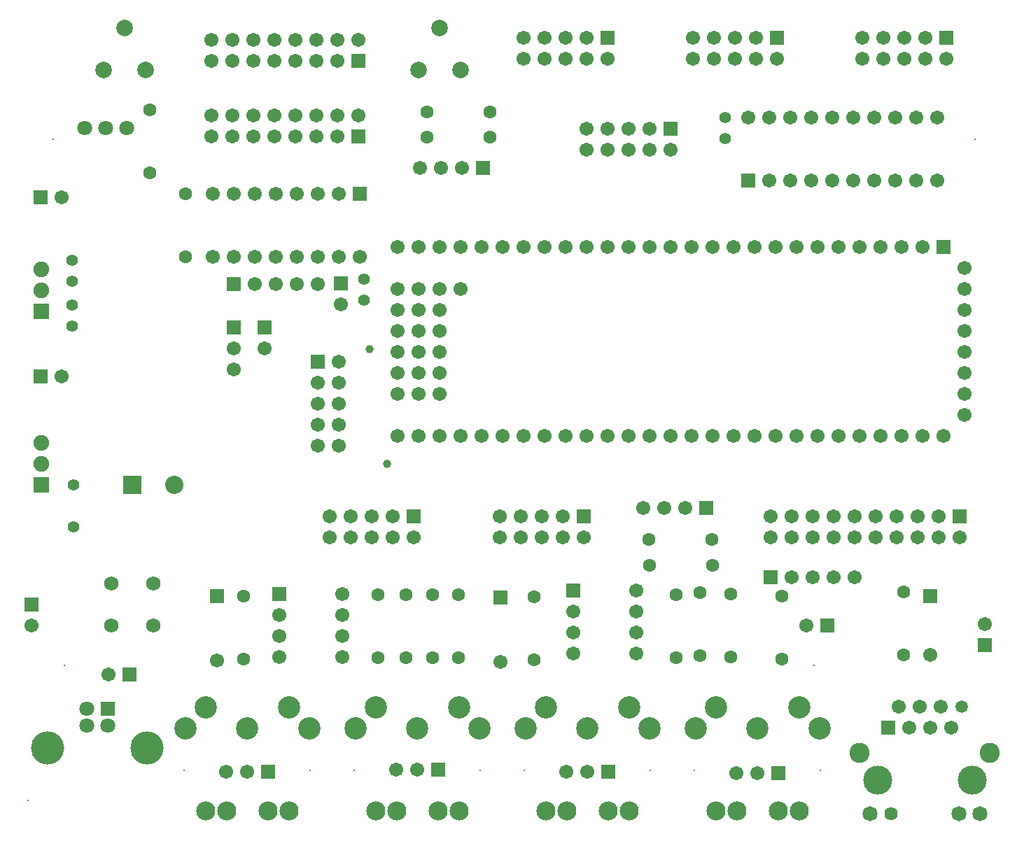
<source format=gts>
G04 Layer_Color=8388736*
%FSLAX25Y25*%
%MOIN*%
G70*
G01*
G75*
%ADD19C,0.05906*%
%ADD31C,0.06378*%
%ADD40C,0.07099*%
%ADD41C,0.07493*%
%ADD42R,0.07493X0.07493*%
%ADD43R,0.06706X0.06706*%
%ADD44C,0.06706*%
%ADD45R,0.08674X0.08674*%
%ADD46C,0.08674*%
%ADD47C,0.05524*%
%ADD48C,0.06706*%
%ADD49R,0.06706X0.06706*%
%ADD50C,0.09068*%
%ADD51C,0.10642*%
%ADD52C,0.00800*%
%ADD53R,0.06706X0.06706*%
%ADD54R,0.06706X0.06706*%
%ADD55C,0.09580*%
%ADD56C,0.13792*%
%ADD57C,0.07178*%
%ADD58C,0.07887*%
%ADD59C,0.06800*%
%ADD60C,0.06312*%
%ADD61C,0.15761*%
%ADD62R,0.07099X0.07099*%
%ADD63R,0.00800X0.00800*%
%ADD64C,0.00800*%
%ADD65C,0.03950*%
D19*
X444488Y44842D02*
D03*
D31*
X410906Y-6142D02*
D03*
D40*
X47000Y320500D02*
D03*
X37000D02*
D03*
X27000D02*
D03*
X27933Y35721D02*
D03*
X37776D02*
D03*
X27933Y43595D02*
D03*
D41*
X6299Y170500D02*
D03*
Y160500D02*
D03*
Y243177D02*
D03*
Y253177D02*
D03*
D42*
Y150500D02*
D03*
Y233177D02*
D03*
D43*
X353425Y106500D02*
D03*
X6000Y202000D02*
D03*
X435854Y263779D02*
D03*
X157047Y352500D02*
D03*
X183386Y135500D02*
D03*
X443500D02*
D03*
X323000Y139500D02*
D03*
X48038Y59971D02*
D03*
X409488Y34843D02*
D03*
X380500Y83500D02*
D03*
X6000Y287500D02*
D03*
X98000Y246000D02*
D03*
X157047Y316500D02*
D03*
X264500Y135500D02*
D03*
X276354Y13634D02*
D03*
X114354D02*
D03*
X195354Y14634D02*
D03*
X357354Y13134D02*
D03*
X437323Y363268D02*
D03*
X356614D02*
D03*
X305827Y319961D02*
D03*
X275905Y363268D02*
D03*
X216500Y301500D02*
D03*
D44*
X363425Y106500D02*
D03*
X373425D02*
D03*
X383425D02*
D03*
X393425D02*
D03*
X16000Y202000D02*
D03*
X353000Y325500D02*
D03*
X175854Y193780D02*
D03*
X185854D02*
D03*
X195854D02*
D03*
X175854Y203780D02*
D03*
X185854D02*
D03*
X195854D02*
D03*
X175854Y213779D02*
D03*
X185854D02*
D03*
X195854D02*
D03*
X175854Y223780D02*
D03*
X185854D02*
D03*
X195854D02*
D03*
X175854Y233780D02*
D03*
X185854D02*
D03*
X195854D02*
D03*
X175854Y243779D02*
D03*
X185854D02*
D03*
X195854D02*
D03*
X205854D02*
D03*
X175854Y173779D02*
D03*
X185854D02*
D03*
X195854D02*
D03*
X205854D02*
D03*
X215854D02*
D03*
X225854D02*
D03*
X235854D02*
D03*
X245854D02*
D03*
X255854D02*
D03*
X265854D02*
D03*
X275854D02*
D03*
X285854D02*
D03*
X295854D02*
D03*
X305854D02*
D03*
X315854D02*
D03*
X325854D02*
D03*
X335854D02*
D03*
X345854D02*
D03*
X355854D02*
D03*
X365854D02*
D03*
X375854D02*
D03*
X385854D02*
D03*
X395854D02*
D03*
X405854D02*
D03*
X415854D02*
D03*
X425854D02*
D03*
X435854D02*
D03*
X175854Y263779D02*
D03*
X185854D02*
D03*
X195854D02*
D03*
X205854D02*
D03*
X215854D02*
D03*
X225854D02*
D03*
X235854D02*
D03*
X245854D02*
D03*
X255854D02*
D03*
X265854D02*
D03*
X275854D02*
D03*
X285854D02*
D03*
X295854D02*
D03*
X305854D02*
D03*
X315854D02*
D03*
X325854D02*
D03*
X335854D02*
D03*
X345854D02*
D03*
X355854D02*
D03*
X365854D02*
D03*
X375854D02*
D03*
X385854D02*
D03*
X395854D02*
D03*
X405854D02*
D03*
X415854D02*
D03*
X425854D02*
D03*
X445854Y183780D02*
D03*
Y193780D02*
D03*
Y203780D02*
D03*
Y213779D02*
D03*
Y223780D02*
D03*
Y233780D02*
D03*
Y243779D02*
D03*
Y253780D02*
D03*
X157047Y362500D02*
D03*
X147047D02*
D03*
Y352500D02*
D03*
X137047Y362500D02*
D03*
Y352500D02*
D03*
X127047Y362500D02*
D03*
Y352500D02*
D03*
X117047Y362500D02*
D03*
Y352500D02*
D03*
X107047Y362500D02*
D03*
Y352500D02*
D03*
X97047Y362500D02*
D03*
Y352500D02*
D03*
X87047Y362500D02*
D03*
Y352500D02*
D03*
X183386Y125500D02*
D03*
X173386Y135500D02*
D03*
Y125500D02*
D03*
X163386Y135500D02*
D03*
Y125500D02*
D03*
X153386Y135500D02*
D03*
Y125500D02*
D03*
X143386Y135500D02*
D03*
Y125500D02*
D03*
X353500D02*
D03*
Y135500D02*
D03*
X363500Y125500D02*
D03*
Y135500D02*
D03*
X373500Y125500D02*
D03*
Y135500D02*
D03*
X383500Y125500D02*
D03*
Y135500D02*
D03*
X393500Y125500D02*
D03*
Y135500D02*
D03*
X403500Y125500D02*
D03*
Y135500D02*
D03*
X413500Y125500D02*
D03*
Y135500D02*
D03*
X423500Y125500D02*
D03*
Y135500D02*
D03*
X433500Y125500D02*
D03*
Y135500D02*
D03*
X443500Y125500D02*
D03*
X293000Y139500D02*
D03*
X303000D02*
D03*
X313000D02*
D03*
X98000Y215500D02*
D03*
Y205500D02*
D03*
X38038Y59971D02*
D03*
X455500Y84000D02*
D03*
X90000Y66646D02*
D03*
X429500Y69524D02*
D03*
X414488Y44842D02*
D03*
X439488Y34843D02*
D03*
X434488Y44842D02*
D03*
X424488D02*
D03*
X429488Y34843D02*
D03*
X419488D02*
D03*
X370500Y83500D02*
D03*
X112500Y215500D02*
D03*
X1500Y83500D02*
D03*
X16000Y287500D02*
D03*
X149000Y236500D02*
D03*
X108000Y246000D02*
D03*
X118000D02*
D03*
X128000D02*
D03*
X138000D02*
D03*
X157047Y326500D02*
D03*
X147047D02*
D03*
Y316500D02*
D03*
X137047Y326500D02*
D03*
Y316500D02*
D03*
X127047Y326500D02*
D03*
Y316500D02*
D03*
X117047Y326500D02*
D03*
Y316500D02*
D03*
X107047Y326500D02*
D03*
Y316500D02*
D03*
X97047Y326500D02*
D03*
Y316500D02*
D03*
X87047Y326500D02*
D03*
Y316500D02*
D03*
X264500Y125500D02*
D03*
X254500Y135500D02*
D03*
Y125500D02*
D03*
X244500Y135500D02*
D03*
Y125500D02*
D03*
X234500Y135500D02*
D03*
Y125500D02*
D03*
X224500Y135500D02*
D03*
Y125500D02*
D03*
X266354Y13634D02*
D03*
X256354D02*
D03*
X94354D02*
D03*
X104354D02*
D03*
X185354Y14634D02*
D03*
X175354D02*
D03*
X337354Y13134D02*
D03*
X347354D02*
D03*
X225000Y66146D02*
D03*
X437323Y353268D02*
D03*
X427323Y363268D02*
D03*
Y353268D02*
D03*
X417323Y363268D02*
D03*
Y353268D02*
D03*
X407323Y363268D02*
D03*
Y353268D02*
D03*
X397323Y363268D02*
D03*
Y353268D02*
D03*
X356614D02*
D03*
X346614Y363268D02*
D03*
Y353268D02*
D03*
X336614Y363268D02*
D03*
Y353268D02*
D03*
X326614Y363268D02*
D03*
Y353268D02*
D03*
X316614Y363268D02*
D03*
Y353268D02*
D03*
X305827Y309961D02*
D03*
X295827Y319961D02*
D03*
Y309961D02*
D03*
X285827Y319961D02*
D03*
Y309961D02*
D03*
X275827Y319961D02*
D03*
Y309961D02*
D03*
X265827Y319961D02*
D03*
Y309961D02*
D03*
X275905Y353268D02*
D03*
X265905Y363268D02*
D03*
Y353268D02*
D03*
X255906Y363268D02*
D03*
Y353268D02*
D03*
X245905Y363268D02*
D03*
Y353268D02*
D03*
X235906Y363268D02*
D03*
Y353268D02*
D03*
X148000Y208976D02*
D03*
X138000Y198976D02*
D03*
X148000D02*
D03*
X138000Y188976D02*
D03*
X148000D02*
D03*
X138000Y178976D02*
D03*
X148000D02*
D03*
X138000Y168976D02*
D03*
X148000D02*
D03*
X186500Y301500D02*
D03*
X196500D02*
D03*
X206500D02*
D03*
D45*
X49500Y150500D02*
D03*
D46*
X69500D02*
D03*
D47*
X21500D02*
D03*
Y130500D02*
D03*
X21000Y236000D02*
D03*
Y226000D02*
D03*
X160000Y238500D02*
D03*
Y248500D02*
D03*
X332000Y315500D02*
D03*
Y325500D02*
D03*
X21000Y247500D02*
D03*
Y257500D02*
D03*
D48*
X433000Y325500D02*
D03*
X423000D02*
D03*
X413000D02*
D03*
X403000D02*
D03*
X393000D02*
D03*
X383000D02*
D03*
X373000D02*
D03*
X363000D02*
D03*
X343000D02*
D03*
X433000Y295500D02*
D03*
X423000D02*
D03*
X413000D02*
D03*
X403000D02*
D03*
X393000D02*
D03*
X383000D02*
D03*
X373000D02*
D03*
X363000D02*
D03*
X353000D02*
D03*
X88000Y259000D02*
D03*
X98000D02*
D03*
X108000D02*
D03*
X118000D02*
D03*
X128000D02*
D03*
X138000D02*
D03*
X148000D02*
D03*
X158000D02*
D03*
X88000Y289000D02*
D03*
X98000D02*
D03*
X108000D02*
D03*
X118000D02*
D03*
X128000D02*
D03*
X138000D02*
D03*
X148000D02*
D03*
X149500Y68500D02*
D03*
Y78500D02*
D03*
Y88500D02*
D03*
Y98500D02*
D03*
X119500Y68500D02*
D03*
Y78500D02*
D03*
Y88500D02*
D03*
X259500Y90000D02*
D03*
Y80000D02*
D03*
Y70000D02*
D03*
X289500Y100000D02*
D03*
Y90000D02*
D03*
Y80000D02*
D03*
Y70000D02*
D03*
D49*
X343000Y295500D02*
D03*
X158000Y289000D02*
D03*
D50*
X165669Y-4921D02*
D03*
X205039D02*
D03*
X195197D02*
D03*
X175512D02*
D03*
X94512D02*
D03*
X114197D02*
D03*
X124039D02*
D03*
X84669D02*
D03*
X327669D02*
D03*
X367039D02*
D03*
X357197D02*
D03*
X337512D02*
D03*
X256512D02*
D03*
X276197D02*
D03*
X286039D02*
D03*
X246669D02*
D03*
D51*
X185354Y34449D02*
D03*
X165669Y44291D02*
D03*
X155827Y34449D02*
D03*
X214882D02*
D03*
X205039Y44291D02*
D03*
X124039D02*
D03*
X133882Y34449D02*
D03*
X74827D02*
D03*
X84669Y44291D02*
D03*
X104354Y34449D02*
D03*
X347354D02*
D03*
X327669Y44291D02*
D03*
X317827Y34449D02*
D03*
X376882D02*
D03*
X367039Y44291D02*
D03*
X286039D02*
D03*
X295882Y34449D02*
D03*
X236827D02*
D03*
X246669Y44291D02*
D03*
X266354Y34449D02*
D03*
D52*
X155354Y14449D02*
D03*
X215354D02*
D03*
X134354D02*
D03*
X74354D02*
D03*
X317354D02*
D03*
X377354D02*
D03*
X296354D02*
D03*
X236354D02*
D03*
D53*
X98000Y225500D02*
D03*
X455500Y74000D02*
D03*
X90000Y97354D02*
D03*
X429500Y97476D02*
D03*
X112500Y225500D02*
D03*
X1500Y93500D02*
D03*
X149000Y246500D02*
D03*
X225000Y96854D02*
D03*
X138000Y208976D02*
D03*
D54*
X119500Y98500D02*
D03*
X259500Y100000D02*
D03*
D55*
X457992Y22835D02*
D03*
X395984D02*
D03*
D56*
X404488Y9843D02*
D03*
X449488D02*
D03*
D57*
X400906Y-6142D02*
D03*
X443071D02*
D03*
X453071D02*
D03*
D58*
X56000Y348000D02*
D03*
X36000D02*
D03*
X46000Y368000D02*
D03*
X196000D02*
D03*
X186000Y348000D02*
D03*
X206000D02*
D03*
D59*
X59500Y83500D02*
D03*
Y103500D02*
D03*
X39500D02*
D03*
Y83500D02*
D03*
D60*
X417000Y99500D02*
D03*
Y69500D02*
D03*
X58000Y329000D02*
D03*
Y299000D02*
D03*
X75000Y289000D02*
D03*
Y259000D02*
D03*
X241000Y97000D02*
D03*
Y67000D02*
D03*
X359000Y67500D02*
D03*
Y97500D02*
D03*
X334500Y98500D02*
D03*
Y68500D02*
D03*
X308500Y68000D02*
D03*
Y98000D02*
D03*
X320000Y99000D02*
D03*
Y69000D02*
D03*
X205000Y68000D02*
D03*
Y98000D02*
D03*
X192500D02*
D03*
Y68000D02*
D03*
X166500D02*
D03*
Y98000D02*
D03*
X180000D02*
D03*
Y68000D02*
D03*
X102500Y97500D02*
D03*
Y67500D02*
D03*
X190000Y316000D02*
D03*
X220000D02*
D03*
X190000Y328000D02*
D03*
X220000D02*
D03*
X296000Y112000D02*
D03*
X326000D02*
D03*
X295500Y124500D02*
D03*
X325500D02*
D03*
D61*
X9154Y25051D02*
D03*
X56555D02*
D03*
D62*
X37776Y43595D02*
D03*
D63*
X0Y0D02*
D03*
D64*
X17354Y64500D02*
D03*
X374104D02*
D03*
X11811Y314961D02*
D03*
X450787D02*
D03*
D65*
X171000Y160500D02*
D03*
X162500Y215000D02*
D03*
M02*

</source>
